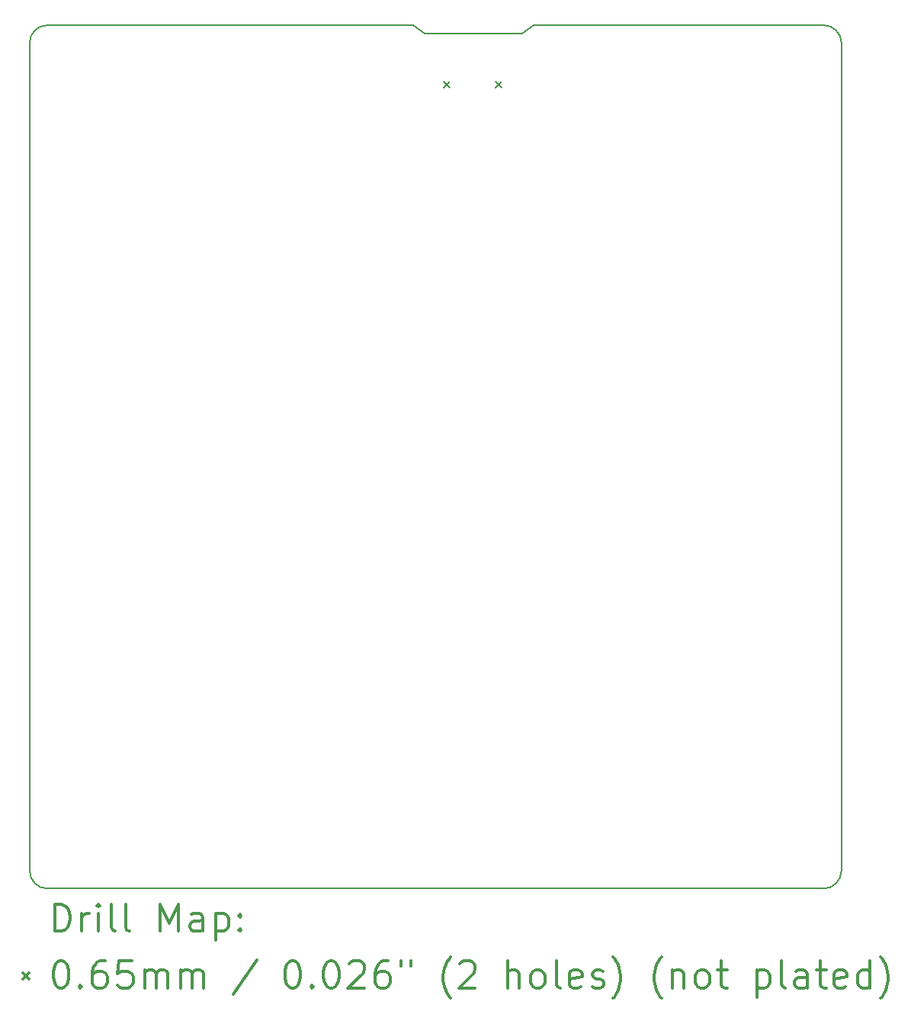
<source format=gbr>
%FSLAX45Y45*%
G04 Gerber Fmt 4.5, Leading zero omitted, Abs format (unit mm)*
G04 Created by KiCad (PCBNEW (5.1.5)-3) date 2021-06-25 12:35:52*
%MOMM*%
%LPD*%
G04 APERTURE LIST*
%TA.AperFunction,Profile*%
%ADD10C,0.150000*%
%TD*%
%ADD11C,0.200000*%
%ADD12C,0.300000*%
G04 APERTURE END LIST*
D10*
X9833610Y-5448910D02*
X9833610Y-14637410D01*
X10033610Y-14837410D02*
G75*
G02X9833610Y-14637410I0J200000D01*
G01*
X10033610Y-14837410D02*
X18650610Y-14837410D01*
X18850610Y-14637410D02*
G75*
G02X18650610Y-14837410I-200000J0D01*
G01*
X18850610Y-14637410D02*
X18850610Y-5448910D01*
X18650610Y-5248910D02*
G75*
G02X18850610Y-5448910I0J-200000D01*
G01*
X18650610Y-5248910D02*
X15427610Y-5249910D01*
X15427610Y-5249910D02*
X15300610Y-5338810D01*
X15300610Y-5338810D02*
X14221110Y-5338810D01*
X14221110Y-5338810D02*
X14093110Y-5248910D01*
X14093110Y-5248910D02*
X10033610Y-5248910D01*
X9833610Y-5448910D02*
G75*
G02X10033610Y-5248910I200000J0D01*
G01*
D11*
X14434160Y-5876180D02*
X14499160Y-5941180D01*
X14499160Y-5876180D02*
X14434160Y-5941180D01*
X15012160Y-5876180D02*
X15077160Y-5941180D01*
X15077160Y-5876180D02*
X15012160Y-5941180D01*
D12*
X10112538Y-15310624D02*
X10112538Y-15010624D01*
X10183967Y-15010624D01*
X10226824Y-15024910D01*
X10255396Y-15053481D01*
X10269681Y-15082053D01*
X10283967Y-15139196D01*
X10283967Y-15182053D01*
X10269681Y-15239196D01*
X10255396Y-15267767D01*
X10226824Y-15296339D01*
X10183967Y-15310624D01*
X10112538Y-15310624D01*
X10412538Y-15310624D02*
X10412538Y-15110624D01*
X10412538Y-15167767D02*
X10426824Y-15139196D01*
X10441110Y-15124910D01*
X10469681Y-15110624D01*
X10498253Y-15110624D01*
X10598253Y-15310624D02*
X10598253Y-15110624D01*
X10598253Y-15010624D02*
X10583967Y-15024910D01*
X10598253Y-15039196D01*
X10612538Y-15024910D01*
X10598253Y-15010624D01*
X10598253Y-15039196D01*
X10783967Y-15310624D02*
X10755396Y-15296339D01*
X10741110Y-15267767D01*
X10741110Y-15010624D01*
X10941110Y-15310624D02*
X10912538Y-15296339D01*
X10898253Y-15267767D01*
X10898253Y-15010624D01*
X11283967Y-15310624D02*
X11283967Y-15010624D01*
X11383967Y-15224910D01*
X11483967Y-15010624D01*
X11483967Y-15310624D01*
X11755396Y-15310624D02*
X11755396Y-15153481D01*
X11741110Y-15124910D01*
X11712538Y-15110624D01*
X11655396Y-15110624D01*
X11626824Y-15124910D01*
X11755396Y-15296339D02*
X11726824Y-15310624D01*
X11655396Y-15310624D01*
X11626824Y-15296339D01*
X11612538Y-15267767D01*
X11612538Y-15239196D01*
X11626824Y-15210624D01*
X11655396Y-15196339D01*
X11726824Y-15196339D01*
X11755396Y-15182053D01*
X11898253Y-15110624D02*
X11898253Y-15410624D01*
X11898253Y-15124910D02*
X11926824Y-15110624D01*
X11983967Y-15110624D01*
X12012538Y-15124910D01*
X12026824Y-15139196D01*
X12041110Y-15167767D01*
X12041110Y-15253481D01*
X12026824Y-15282053D01*
X12012538Y-15296339D01*
X11983967Y-15310624D01*
X11926824Y-15310624D01*
X11898253Y-15296339D01*
X12169681Y-15282053D02*
X12183967Y-15296339D01*
X12169681Y-15310624D01*
X12155396Y-15296339D01*
X12169681Y-15282053D01*
X12169681Y-15310624D01*
X12169681Y-15124910D02*
X12183967Y-15139196D01*
X12169681Y-15153481D01*
X12155396Y-15139196D01*
X12169681Y-15124910D01*
X12169681Y-15153481D01*
X9761110Y-15772410D02*
X9826110Y-15837410D01*
X9826110Y-15772410D02*
X9761110Y-15837410D01*
X10169681Y-15640624D02*
X10198253Y-15640624D01*
X10226824Y-15654910D01*
X10241110Y-15669196D01*
X10255396Y-15697767D01*
X10269681Y-15754910D01*
X10269681Y-15826339D01*
X10255396Y-15883481D01*
X10241110Y-15912053D01*
X10226824Y-15926339D01*
X10198253Y-15940624D01*
X10169681Y-15940624D01*
X10141110Y-15926339D01*
X10126824Y-15912053D01*
X10112538Y-15883481D01*
X10098253Y-15826339D01*
X10098253Y-15754910D01*
X10112538Y-15697767D01*
X10126824Y-15669196D01*
X10141110Y-15654910D01*
X10169681Y-15640624D01*
X10398253Y-15912053D02*
X10412538Y-15926339D01*
X10398253Y-15940624D01*
X10383967Y-15926339D01*
X10398253Y-15912053D01*
X10398253Y-15940624D01*
X10669681Y-15640624D02*
X10612538Y-15640624D01*
X10583967Y-15654910D01*
X10569681Y-15669196D01*
X10541110Y-15712053D01*
X10526824Y-15769196D01*
X10526824Y-15883481D01*
X10541110Y-15912053D01*
X10555396Y-15926339D01*
X10583967Y-15940624D01*
X10641110Y-15940624D01*
X10669681Y-15926339D01*
X10683967Y-15912053D01*
X10698253Y-15883481D01*
X10698253Y-15812053D01*
X10683967Y-15783481D01*
X10669681Y-15769196D01*
X10641110Y-15754910D01*
X10583967Y-15754910D01*
X10555396Y-15769196D01*
X10541110Y-15783481D01*
X10526824Y-15812053D01*
X10969681Y-15640624D02*
X10826824Y-15640624D01*
X10812538Y-15783481D01*
X10826824Y-15769196D01*
X10855396Y-15754910D01*
X10926824Y-15754910D01*
X10955396Y-15769196D01*
X10969681Y-15783481D01*
X10983967Y-15812053D01*
X10983967Y-15883481D01*
X10969681Y-15912053D01*
X10955396Y-15926339D01*
X10926824Y-15940624D01*
X10855396Y-15940624D01*
X10826824Y-15926339D01*
X10812538Y-15912053D01*
X11112538Y-15940624D02*
X11112538Y-15740624D01*
X11112538Y-15769196D02*
X11126824Y-15754910D01*
X11155396Y-15740624D01*
X11198253Y-15740624D01*
X11226824Y-15754910D01*
X11241110Y-15783481D01*
X11241110Y-15940624D01*
X11241110Y-15783481D02*
X11255396Y-15754910D01*
X11283967Y-15740624D01*
X11326824Y-15740624D01*
X11355396Y-15754910D01*
X11369681Y-15783481D01*
X11369681Y-15940624D01*
X11512538Y-15940624D02*
X11512538Y-15740624D01*
X11512538Y-15769196D02*
X11526824Y-15754910D01*
X11555396Y-15740624D01*
X11598253Y-15740624D01*
X11626824Y-15754910D01*
X11641110Y-15783481D01*
X11641110Y-15940624D01*
X11641110Y-15783481D02*
X11655396Y-15754910D01*
X11683967Y-15740624D01*
X11726824Y-15740624D01*
X11755396Y-15754910D01*
X11769681Y-15783481D01*
X11769681Y-15940624D01*
X12355396Y-15626339D02*
X12098253Y-16012053D01*
X12741110Y-15640624D02*
X12769681Y-15640624D01*
X12798253Y-15654910D01*
X12812538Y-15669196D01*
X12826824Y-15697767D01*
X12841110Y-15754910D01*
X12841110Y-15826339D01*
X12826824Y-15883481D01*
X12812538Y-15912053D01*
X12798253Y-15926339D01*
X12769681Y-15940624D01*
X12741110Y-15940624D01*
X12712538Y-15926339D01*
X12698253Y-15912053D01*
X12683967Y-15883481D01*
X12669681Y-15826339D01*
X12669681Y-15754910D01*
X12683967Y-15697767D01*
X12698253Y-15669196D01*
X12712538Y-15654910D01*
X12741110Y-15640624D01*
X12969681Y-15912053D02*
X12983967Y-15926339D01*
X12969681Y-15940624D01*
X12955396Y-15926339D01*
X12969681Y-15912053D01*
X12969681Y-15940624D01*
X13169681Y-15640624D02*
X13198253Y-15640624D01*
X13226824Y-15654910D01*
X13241110Y-15669196D01*
X13255396Y-15697767D01*
X13269681Y-15754910D01*
X13269681Y-15826339D01*
X13255396Y-15883481D01*
X13241110Y-15912053D01*
X13226824Y-15926339D01*
X13198253Y-15940624D01*
X13169681Y-15940624D01*
X13141110Y-15926339D01*
X13126824Y-15912053D01*
X13112538Y-15883481D01*
X13098253Y-15826339D01*
X13098253Y-15754910D01*
X13112538Y-15697767D01*
X13126824Y-15669196D01*
X13141110Y-15654910D01*
X13169681Y-15640624D01*
X13383967Y-15669196D02*
X13398253Y-15654910D01*
X13426824Y-15640624D01*
X13498253Y-15640624D01*
X13526824Y-15654910D01*
X13541110Y-15669196D01*
X13555396Y-15697767D01*
X13555396Y-15726339D01*
X13541110Y-15769196D01*
X13369681Y-15940624D01*
X13555396Y-15940624D01*
X13812538Y-15640624D02*
X13755396Y-15640624D01*
X13726824Y-15654910D01*
X13712538Y-15669196D01*
X13683967Y-15712053D01*
X13669681Y-15769196D01*
X13669681Y-15883481D01*
X13683967Y-15912053D01*
X13698253Y-15926339D01*
X13726824Y-15940624D01*
X13783967Y-15940624D01*
X13812538Y-15926339D01*
X13826824Y-15912053D01*
X13841110Y-15883481D01*
X13841110Y-15812053D01*
X13826824Y-15783481D01*
X13812538Y-15769196D01*
X13783967Y-15754910D01*
X13726824Y-15754910D01*
X13698253Y-15769196D01*
X13683967Y-15783481D01*
X13669681Y-15812053D01*
X13955396Y-15640624D02*
X13955396Y-15697767D01*
X14069681Y-15640624D02*
X14069681Y-15697767D01*
X14512538Y-16054910D02*
X14498253Y-16040624D01*
X14469681Y-15997767D01*
X14455396Y-15969196D01*
X14441110Y-15926339D01*
X14426824Y-15854910D01*
X14426824Y-15797767D01*
X14441110Y-15726339D01*
X14455396Y-15683481D01*
X14469681Y-15654910D01*
X14498253Y-15612053D01*
X14512538Y-15597767D01*
X14612538Y-15669196D02*
X14626824Y-15654910D01*
X14655396Y-15640624D01*
X14726824Y-15640624D01*
X14755396Y-15654910D01*
X14769681Y-15669196D01*
X14783967Y-15697767D01*
X14783967Y-15726339D01*
X14769681Y-15769196D01*
X14598253Y-15940624D01*
X14783967Y-15940624D01*
X15141110Y-15940624D02*
X15141110Y-15640624D01*
X15269681Y-15940624D02*
X15269681Y-15783481D01*
X15255396Y-15754910D01*
X15226824Y-15740624D01*
X15183967Y-15740624D01*
X15155396Y-15754910D01*
X15141110Y-15769196D01*
X15455396Y-15940624D02*
X15426824Y-15926339D01*
X15412538Y-15912053D01*
X15398253Y-15883481D01*
X15398253Y-15797767D01*
X15412538Y-15769196D01*
X15426824Y-15754910D01*
X15455396Y-15740624D01*
X15498253Y-15740624D01*
X15526824Y-15754910D01*
X15541110Y-15769196D01*
X15555396Y-15797767D01*
X15555396Y-15883481D01*
X15541110Y-15912053D01*
X15526824Y-15926339D01*
X15498253Y-15940624D01*
X15455396Y-15940624D01*
X15726824Y-15940624D02*
X15698253Y-15926339D01*
X15683967Y-15897767D01*
X15683967Y-15640624D01*
X15955396Y-15926339D02*
X15926824Y-15940624D01*
X15869681Y-15940624D01*
X15841110Y-15926339D01*
X15826824Y-15897767D01*
X15826824Y-15783481D01*
X15841110Y-15754910D01*
X15869681Y-15740624D01*
X15926824Y-15740624D01*
X15955396Y-15754910D01*
X15969681Y-15783481D01*
X15969681Y-15812053D01*
X15826824Y-15840624D01*
X16083967Y-15926339D02*
X16112538Y-15940624D01*
X16169681Y-15940624D01*
X16198253Y-15926339D01*
X16212538Y-15897767D01*
X16212538Y-15883481D01*
X16198253Y-15854910D01*
X16169681Y-15840624D01*
X16126824Y-15840624D01*
X16098253Y-15826339D01*
X16083967Y-15797767D01*
X16083967Y-15783481D01*
X16098253Y-15754910D01*
X16126824Y-15740624D01*
X16169681Y-15740624D01*
X16198253Y-15754910D01*
X16312538Y-16054910D02*
X16326824Y-16040624D01*
X16355396Y-15997767D01*
X16369681Y-15969196D01*
X16383967Y-15926339D01*
X16398253Y-15854910D01*
X16398253Y-15797767D01*
X16383967Y-15726339D01*
X16369681Y-15683481D01*
X16355396Y-15654910D01*
X16326824Y-15612053D01*
X16312538Y-15597767D01*
X16855396Y-16054910D02*
X16841110Y-16040624D01*
X16812538Y-15997767D01*
X16798253Y-15969196D01*
X16783967Y-15926339D01*
X16769681Y-15854910D01*
X16769681Y-15797767D01*
X16783967Y-15726339D01*
X16798253Y-15683481D01*
X16812538Y-15654910D01*
X16841110Y-15612053D01*
X16855396Y-15597767D01*
X16969681Y-15740624D02*
X16969681Y-15940624D01*
X16969681Y-15769196D02*
X16983967Y-15754910D01*
X17012538Y-15740624D01*
X17055396Y-15740624D01*
X17083967Y-15754910D01*
X17098253Y-15783481D01*
X17098253Y-15940624D01*
X17283967Y-15940624D02*
X17255396Y-15926339D01*
X17241110Y-15912053D01*
X17226824Y-15883481D01*
X17226824Y-15797767D01*
X17241110Y-15769196D01*
X17255396Y-15754910D01*
X17283967Y-15740624D01*
X17326824Y-15740624D01*
X17355396Y-15754910D01*
X17369681Y-15769196D01*
X17383967Y-15797767D01*
X17383967Y-15883481D01*
X17369681Y-15912053D01*
X17355396Y-15926339D01*
X17326824Y-15940624D01*
X17283967Y-15940624D01*
X17469681Y-15740624D02*
X17583967Y-15740624D01*
X17512538Y-15640624D02*
X17512538Y-15897767D01*
X17526824Y-15926339D01*
X17555396Y-15940624D01*
X17583967Y-15940624D01*
X17912538Y-15740624D02*
X17912538Y-16040624D01*
X17912538Y-15754910D02*
X17941110Y-15740624D01*
X17998253Y-15740624D01*
X18026824Y-15754910D01*
X18041110Y-15769196D01*
X18055396Y-15797767D01*
X18055396Y-15883481D01*
X18041110Y-15912053D01*
X18026824Y-15926339D01*
X17998253Y-15940624D01*
X17941110Y-15940624D01*
X17912538Y-15926339D01*
X18226824Y-15940624D02*
X18198253Y-15926339D01*
X18183967Y-15897767D01*
X18183967Y-15640624D01*
X18469681Y-15940624D02*
X18469681Y-15783481D01*
X18455396Y-15754910D01*
X18426824Y-15740624D01*
X18369681Y-15740624D01*
X18341110Y-15754910D01*
X18469681Y-15926339D02*
X18441110Y-15940624D01*
X18369681Y-15940624D01*
X18341110Y-15926339D01*
X18326824Y-15897767D01*
X18326824Y-15869196D01*
X18341110Y-15840624D01*
X18369681Y-15826339D01*
X18441110Y-15826339D01*
X18469681Y-15812053D01*
X18569681Y-15740624D02*
X18683967Y-15740624D01*
X18612538Y-15640624D02*
X18612538Y-15897767D01*
X18626824Y-15926339D01*
X18655396Y-15940624D01*
X18683967Y-15940624D01*
X18898253Y-15926339D02*
X18869681Y-15940624D01*
X18812538Y-15940624D01*
X18783967Y-15926339D01*
X18769681Y-15897767D01*
X18769681Y-15783481D01*
X18783967Y-15754910D01*
X18812538Y-15740624D01*
X18869681Y-15740624D01*
X18898253Y-15754910D01*
X18912538Y-15783481D01*
X18912538Y-15812053D01*
X18769681Y-15840624D01*
X19169681Y-15940624D02*
X19169681Y-15640624D01*
X19169681Y-15926339D02*
X19141110Y-15940624D01*
X19083967Y-15940624D01*
X19055396Y-15926339D01*
X19041110Y-15912053D01*
X19026824Y-15883481D01*
X19026824Y-15797767D01*
X19041110Y-15769196D01*
X19055396Y-15754910D01*
X19083967Y-15740624D01*
X19141110Y-15740624D01*
X19169681Y-15754910D01*
X19283967Y-16054910D02*
X19298253Y-16040624D01*
X19326824Y-15997767D01*
X19341110Y-15969196D01*
X19355396Y-15926339D01*
X19369681Y-15854910D01*
X19369681Y-15797767D01*
X19355396Y-15726339D01*
X19341110Y-15683481D01*
X19326824Y-15654910D01*
X19298253Y-15612053D01*
X19283967Y-15597767D01*
M02*

</source>
